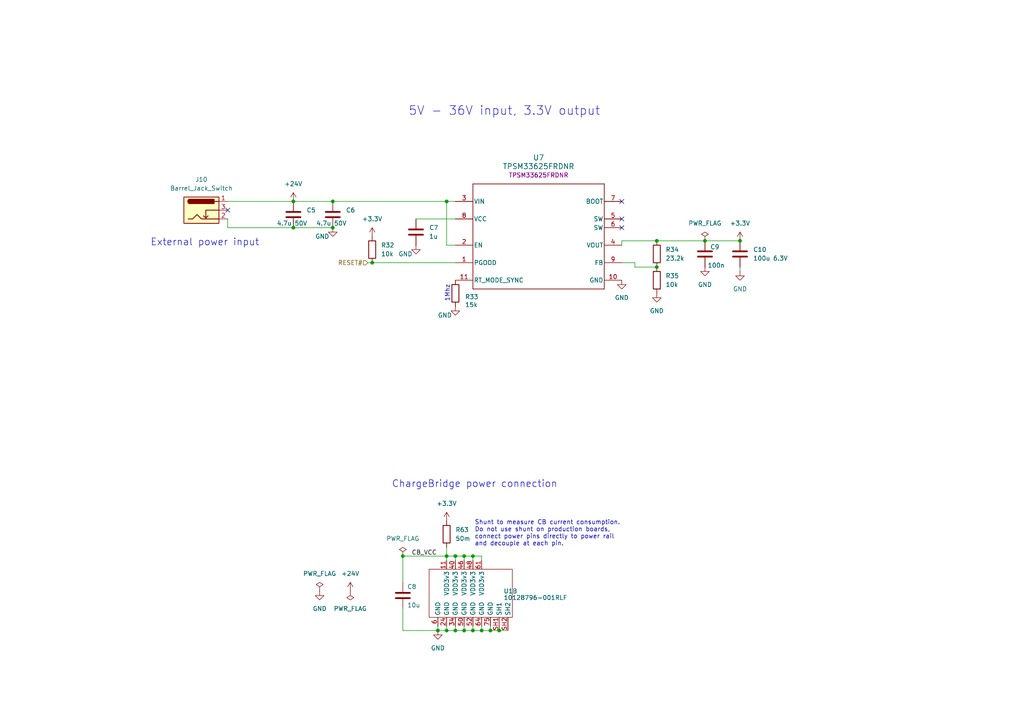
<source format=kicad_sch>
(kicad_sch (version 20250114) (generator "eeschema") (generator_version "9.0")
  (paper "A4")
  (title_block (title "ChargeBridge Eval Board") (date "2025-07-15") (rev "1.1") (company "Pionix GmbH") (comment 1 "Cornelius Claussen / Jonas Rockstroh") (comment 2 "License: CERN-OHL-P"))
  (lib_symbols
    (symbol "cb-eval-lib:Barrel_Jack_Switch" (pin_names (hide yes))
      (property "Reference" "J" (at 0 5.334 0))
      (property "Value" "Barrel_Jack_Switch" (at 0 -5.08 0))
      (symbol "Barrel_Jack_Switch_0_1"
        (rectangle (start -5.08 3.81) (end 5.08 -3.81) (stroke (width 0.254)) (fill (type background)))
        (polyline (pts (xy -3.81 -2.54) (xy -2.54 -2.54) (xy -1.27 -1.27) (xy 0 -2.54) (xy 2.54 -2.54) (xy 5.08 -2.54)) (stroke (width 0.254)))
        (arc (start -3.302 1.905) (mid -3.9343 2.54) (end -3.302 3.175) (stroke (width 0.254)))
        (arc (start -3.302 1.905) (mid -3.9343 2.54) (end -3.302 3.175) (stroke (width 0.254)) (fill (type outline)))
        (polyline (pts (xy 1.27 -2.286) (xy 1.905 -1.651)) (stroke (width 0.254)))
        (rectangle (start 3.683 3.175) (end -3.302 1.905) (stroke (width 0.254)) (fill (type outline)))
        (polyline (pts (xy 5.08 2.54) (xy 3.81 2.54)) (stroke (width 0.254)))
        (polyline (pts (xy 5.08 0) (xy 1.27 0) (xy 1.27 -2.286) (xy 0.635 -1.651)) (stroke (width 0.254)))
      )
      (symbol "Barrel_Jack_Switch_1_1"
        (pin passive line (at 7.62 2.54 180) (length 2.54) (name "~") (number "1"))
        (pin passive line (at 7.62 0 180) (length 2.54) (name "~") (number "3"))
        (pin passive line (at 7.62 -2.54 180) (length 2.54) (name "~") (number "2"))
      )
    )
    (symbol "cb-eval-lib:C" (pin_numbers (hide yes)) (pin_names (offset 0.254))
      (property "Reference" "C" (at 0.635 2.54 0))
      (property "Value" "C" (at 0.635 -2.54 0))
      (symbol "C_0_1"
        (polyline (pts (xy -2.032 0.762) (xy 2.032 0.762)) (stroke (width 0.508)))
        (polyline (pts (xy -2.032 -0.762) (xy 2.032 -0.762)) (stroke (width 0.508)))
      )
      (symbol "C_1_1"
        (pin passive line (at 0 3.81 270) (length 2.794) (name "~") (number "1"))
        (pin passive line (at 0 -3.81 90) (length 2.794) (name "~") (number "2"))
      )
    )
    (symbol "cb-eval-lib:Pionix-SOM"
      (property "Reference" "U" (at -6.858 -14.732 0))
      (symbol "Pionix-SOM_1_1"
        (rectangle (start -10.16 10.795) (end 7.62 -10.16))
        (text "Charging Cable" (at -2.032 8.89 0) (effects (font (size 1.27 1.27))))
        (pin passive line (at 10.16 6.35 180) (length 2.54) (name "CONNECTOR.PIN0") (number "74"))
        (pin passive line (at 10.16 3.81 180) (length 2.54) (name "CONNECTOR.PIN1") (number "72"))
        (pin passive line (at 10.16 1.27 180) (length 2.54) (name "CONNECTOR.PIN2") (number "70"))
        (pin passive line (at 10.16 -1.27 180) (length 2.54) (name "CONNECTOR.PIN3") (number "68"))
        (pin passive line (at 10.16 -3.81 180) (length 2.54) (name "CONNECTOR.PIN4") (number "66"))
        (pin passive line (at 10.16 -6.35 180) (length 2.54) (name "CONNECTOR.PIN5") (number "62"))
        (pin passive line (at 10.16 -8.89 180) (length 2.54) (name "CONNECTOR.RSVD") (number "60"))
      )
      (symbol "Pionix-SOM_2_1"
        (rectangle (start -10.16 7.62) (end 13.97 -6.35))
        (pin power_in line (at -7.62 -8.89 90) (length 2.54) (name "GND") (number "6"))
        (pin power_in line (at -5.08 10.16 270) (length 2.54) (name "VDD3v3") (number "11"))
        (pin power_in line (at -5.08 -8.89 90) (length 2.54) (name "GND") (number "24"))
        (pin power_in line (at -2.54 10.16 270) (length 2.54) (name "VDD3v3") (number "40"))
        (pin power_in line (at -2.54 -8.89 90) (length 2.54) (name "GND") (number "34"))
        (pin power_in line (at 0 10.16 270) (length 2.54) (name "VDD3v3") (number "46"))
        (pin power_in line (at 0 -8.89 90) (length 2.54) (name "GND") (number "50"))
        (pin power_in line (at 2.54 10.16 270) (length 2.54) (name "VDD3v3") (number "48"))
        (pin power_in line (at 2.54 -8.89 90) (length 2.54) (name "GND") (number "52"))
        (pin power_in line (at 5.08 10.16 270) (length 2.54) (name "VDD3v3") (number "61"))
        (pin power_in line (at 5.08 -8.89 90) (length 2.54) (name "GND") (number "64"))
        (pin power_in line (at 7.62 -8.89 90) (length 2.54) (name "GND") (number "75"))
        (pin passive line (at 10.16 -10.16 90) (length 3.81) (name "SH1") (number "SH1"))
        (pin passive line (at 12.7 -10.16 90) (length 3.81) (name "SH2") (number "SH2"))
      )
      (symbol "Pionix-SOM_3_1"
        (rectangle (start 6.35 11.43) (end -6.35 -11.43))
        (pin bidirectional line (at 8.89 10.16 180) (length 2.54) (name "USER_GPIO0") (number "59"))
        (pin bidirectional line (at 8.89 7.62 180) (length 2.54) (name "USER_GPIO1") (number "57"))
        (pin bidirectional line (at 8.89 5.08 180) (length 2.54) (name "USER_GPIO2") (number "55"))
        (pin bidirectional line (at 8.89 2.54 180) (length 2.54) (name "USER_GPIO3") (number "53"))
        (pin bidirectional line (at 8.89 0 180) (length 2.54) (name "USER_GPIO4") (number "49"))
        (pin bidirectional line (at 8.89 -2.54 180) (length 2.54) (name "USER_GPIO5") (number "51"))
        (pin bidirectional line (at 8.89 -5.08 180) (length 2.54) (name "USER_GPIO6") (number "58"))
        (pin bidirectional line (at 8.89 -7.62 180) (length 2.54) (name "USER_GPIO7") (number "56"))
        (pin bidirectional line (at 8.89 -10.16 180) (length 2.54) (name "USER_GPIO8") (number "54"))
      )
      (symbol "Pionix-SOM_4_1"
        (rectangle (start -6.35 8.89) (end 6.35 -9.525))
        (text "ADC" (at -3.556 7.366 0) (effects (font (size 1.27 1.27))))
        (pin input line (at 8.89 3.81 180) (length 2.54) (name "EXT_ADC0_P") (number "67"))
        (pin input line (at 8.89 1.27 180) (length 2.54) (name "EXT_ADC0_N") (number "69"))
        (pin input line (at 8.89 -2.54 180) (length 2.54) (name "EXT_ADC1") (number "71"))
        (pin input line (at 8.89 -5.08 180) (length 2.54) (name "EXT_ADC2") (number "44"))
        (pin input line (at 8.89 -7.62 180) (length 2.54) (name "EXT_ADC3") (number "73"))
      )
      (symbol "Pionix-SOM_5_1"
        (rectangle (start -10.795 8.89) (end 7.62 -8.255))
        (pin input line (at 10.16 7.62 180) (length 2.54) (name "RESET") (number "42"))
        (pin passive line (at 10.16 5.08 180) (length 2.54) (name "RESERVED/SWCLK") (number "1"))
        (pin passive line (at 10.16 2.54 180) (length 2.54) (name "RESERVED/SWDIO") (number "5"))
        (pin output line (at 10.16 0 180) (length 2.54) (name "UART2_TX") (number "63"))
        (pin input line (at 10.16 -2.54 180) (length 2.54) (name "UART2_RX") (number "65"))
        (pin input line (at 10.16 -6.35 180) (length 2.54) (name "SECURE_MODULE") (number "30"))
      )
      (symbol "Pionix-SOM_6_1"
        (rectangle (start -10.16 13.97) (end 6.35 -14.605))
        (text "Host interface" (at -1.27 12.446 0) (effects (font (size 1.27 1.27))))
        (pin passive line (at 8.89 9.525 180) (length 2.54) (name "USB.D+") (number "7"))
        (pin passive line (at 8.89 6.985 180) (length 2.54) (name "USB.D-") (number "9"))
        (pin passive line (at 8.89 1.905 180) (length 2.54) (name "ETH.RXP") (number "28"))
        (pin passive line (at 8.89 -0.635 180) (length 2.54) (name "ETH.RXN") (number "26"))
        (pin passive line (at 8.89 -4.445 180) (length 2.54) (name "ETH.TXP") (number "22"))
        (pin passive line (at 8.89 -6.985 180) (length 2.54) (name "ETH.TXN") (number "20"))
        (pin output line (at 8.89 -10.795 180) (length 2.54) (name "ETH.LED1") (number "32"))
      )
      (symbol "Pionix-SOM_7_1"
        (rectangle (start -11.43 19.05) (end 10.16 -14.605))
        (text "Downstream Comms" (at -0.508 17.526 0) (effects (font (size 1.27 1.27))))
        (pin bidirectional line (at 12.7 13.97 180) (length 2.54) (name "I3C.SDA") (number "8"))
        (pin output line (at 12.7 11.43 180) (length 2.54) (name "I3C.SCL") (number "10"))
        (pin input line (at 12.7 7.62 180) (length 2.54) (name "RS585_2_RX") (number "33"))
        (pin output line (at 12.7 5.08 180) (length 2.54) (name "RS585_2_TX") (number "31"))
        (pin output line (at 12.7 2.54 180) (length 2.54) (name "RS485_2_TXEN") (number "45"))
        (pin bidirectional line (at 12.7 -2.54 180) (length 2.54) (name "CAN.HI") (number "4"))
        (pin bidirectional line (at 12.7 -5.08 180) (length 2.54) (name "CAN.LO") (number "2"))
        (pin bidirectional line (at 12.7 -10.16 180) (length 2.54) (name "RS485.A") (number "36"))
        (pin bidirectional line (at 12.7 -12.7 180) (length 2.54) (name "RS485.B") (number "38"))
      )
      (symbol "Pionix-SOM_8_1"
        (rectangle (start -10.16 12.7) (end 8.89 -10.795))
        (text "Relays control" (at 0 11.43 0) (effects (font (size 1.27 1.27))))
        (pin output line (at 11.43 8.89 180) (length 2.54) (name "RELAY3") (number "3"))
        (pin input line (at 11.43 6.35 180) (length 2.54) (name "RELAY3_FB") (number "25"))
        (pin output line (at 11.43 1.27 180) (length 2.54) (name "RELAY2") (number "27"))
        (pin input line (at 11.43 -1.27 180) (length 2.54) (name "RELAY2_FB") (number "21"))
        (pin output line (at 11.43 -6.35 180) (length 2.54) (name "RELAY1") (number "29"))
        (pin input line (at 11.43 -8.89 180) (length 2.54) (name "RELAY1_FB") (number "23"))
      )
      (symbol "Pionix-SOM_9_1"
        (rectangle (start 10.16 11.43) (end -12.7 -8.89))
        (text "USER INTERFACE" (at 1.27 10.16 0) (effects (font (size 1.27 1.27))))
        (pin input line (at 12.7 7.62 180) (length 2.54) (name "STOP_CHARGING") (number "47"))
        (pin input line (at 12.7 5.08 180) (length 2.54) (name "EMERGENCY_SHDN_IN") (number "43"))
        (pin output line (at 12.7 2.54 180) (length 2.54) (name "EMERGENCY_SHDN_OUT") (number "41"))
        (pin output line (at 12.7 -2.54 180) (length 2.54) (name "LED.R") (number "39"))
        (pin output line (at 12.7 -5.08 180) (length 2.54) (name "LED.G") (number "37"))
        (pin output line (at 12.7 -7.62 180) (length 2.54) (name "LED.B") (number "35"))
      )
    )
    (symbol "cb-eval-lib:R" (pin_numbers (hide yes)) (pin_names (offset 0))
      (property "Reference" "R" (at 2.032 0 90))
      (property "Value" "R" (at 0 0 90))
      (symbol "R_0_1"
        (rectangle (start -1.016 -2.54) (end 1.016 2.54) (stroke (width 0.254)))
      )
      (symbol "R_1_1"
        (pin passive line (at 0 3.81 270) (length 1.27) (name "~") (number "1"))
        (pin passive line (at 0 -3.81 90) (length 1.27) (name "~") (number "2"))
      )
    )
    (symbol "cb-eval-lib:TLVM23625RDNR" (pin_names (offset 0.254))
      (property "Reference" "U" (at -18.288 -17.526 0))
      (property "Value" "TLVM23625RDNR" (at -0.762 17.018 0))
      (property "MPN" "TLVM23625RDNR" (at 0 0 0))
      (symbol "TLVM23625RDNR_0_1"
        (polyline (pts (xy -19.05 15.24) (xy -19.05 -15.24)) (stroke (width 0.2032)))
        (polyline (pts (xy -19.05 -15.24) (xy 19.05 -15.24)) (stroke (width 0.2032)))
        (polyline (pts (xy 19.05 15.24) (xy -19.05 15.24)) (stroke (width 0.2032)))
        (polyline (pts (xy 19.05 -15.24) (xy 19.05 15.24)) (stroke (width 0.2032)))
        (pin power_in line (at -24.13 10.16 0) (length 5.08) (name "VIN") (number "3"))
        (pin unspecified line (at -24.13 5.08 0) (length 5.08) (name "VCC") (number "8"))
        (pin input line (at -24.13 -2.54 0) (length 5.08) (name "EN") (number "2"))
        (pin open_collector line (at -24.13 -7.62 0) (length 5.08) (name "PGOOD") (number "1"))
        (pin unspecified line (at -24.13 -12.7 0) (length 5.08) (name "RT_MODE_SYNC") (number "11"))
        (pin unspecified line (at 24.13 10.16 180) (length 5.08) (name "BOOT") (number "7"))
        (pin unspecified line (at 24.13 5.08 180) (length 5.08) (name "SW") (number "5"))
        (pin unspecified line (at 24.13 2.54 180) (length 5.08) (name "SW") (number "6"))
        (pin power_in line (at 24.13 -2.54 180) (length 5.08) (name "VOUT") (number "4"))
        (pin unspecified line (at 24.13 -7.62 180) (length 5.08) (name "FB") (number "9"))
        (pin power_in line (at 24.13 -12.7 180) (length 5.08) (name "GND") (number "10"))
      )
    )
    (symbol "power:+24V" (power) (pin_numbers (hide yes)) (pin_names (offset 0) (hide yes))
      (property "Value" "+24V" (at 0 3.556 0))
      (symbol "+24V_0_1"
        (polyline (pts (xy -0.762 1.27) (xy 0 2.54)))
        (polyline (pts (xy 0 2.54) (xy 0.762 1.27)))
        (polyline (pts (xy 0 0) (xy 0 2.54)))
      )
      (symbol "+24V_1_1"
        (pin power_in line (at 0 0 90) (length 0) (name "~") (number "1"))
      )
    )
    (symbol "power:+3.3V" (power) (pin_numbers (hide yes)) (pin_names (offset 0) (hide yes))
      (property "Value" "+3.3V" (at 0 3.556 0))
      (symbol "+3.3V_0_1"
        (polyline (pts (xy -0.762 1.27) (xy 0 2.54)))
        (polyline (pts (xy 0 2.54) (xy 0.762 1.27)))
        (polyline (pts (xy 0 0) (xy 0 2.54)))
      )
      (symbol "+3.3V_1_1"
        (pin power_in line (at 0 0 90) (length 0) (name "~") (number "1"))
      )
    )
    (symbol "power:GND" (power) (pin_numbers (hide yes)) (pin_names (offset 0) (hide yes))
      (property "Value" "GND" (at 0 -3.81 0))
      (symbol "GND_0_1"
        (polyline (pts (xy 0 0) (xy 0 -1.27) (xy 1.27 -1.27) (xy 0 -2.54) (xy -1.27 -1.27) (xy 0 -1.27)))
      )
      (symbol "GND_1_1"
        (pin power_in line (at 0 0 270) (length 0) (name "~") (number "1"))
      )
    )
    (symbol "power:PWR_FLAG" (power) (pin_numbers (hide yes)) (pin_names (offset 0) (hide yes))
      (property "Value" "PWR_FLAG" (at 0 3.81 0))
      (symbol "PWR_FLAG_0_0"
        (pin power_out line (at 0 0 90) (length 0) (name "~") (number "1"))
      )
      (symbol "PWR_FLAG_0_1"
        (polyline (pts (xy 0 0) (xy 0 1.27) (xy -1.016 1.905) (xy 0 2.54) (xy 1.016 1.905) (xy 0 1.27)))
      )
    )
  )
  (text "5V - 36V input, 3.3V output" (at 146.304 32.258 0) (effects (font (size 2.54 2.54))))
  (text "Shunt to measure CB current consumption.\nDo not use shunt on production boards,\nconnect power pins directly to power rail\nand decouple at each pin." (at 137.668 154.686 0) (effects (font (size 1.27 1.27)) (justify left)))
  (text "ChargeBridge power connection" (at 137.668 140.462 0) (effects (font (size 2 2))))
  (text "External power input" (at 59.436 70.358 0) (effects (font (size 2 2))))
  (text "1Mhz" (at 129.794 85.09 90) (effects (font (size 1.27 1.27))))
  (junction (at 204.47 69.85))
  (junction (at 190.5 69.85))
  (junction (at 96.52 58.42))
  (junction (at 137.16 161.29))
  (junction (at 107.95 76.2))
  (junction (at 116.84 161.29))
  (junction (at 127 182.88))
  (junction (at 139.7 182.88))
  (junction (at 137.16 182.88))
  (junction (at 132.08 182.88))
  (junction (at 132.08 161.29))
  (junction (at 134.62 161.29))
  (junction (at 144.78 182.88))
  (junction (at 129.54 182.88))
  (junction (at 214.63 69.85))
  (junction (at 134.62 182.88))
  (junction (at 190.5 77.47))
  (junction (at 85.09 66.04))
  (junction (at 129.54 58.42))
  (junction (at 96.52 66.04))
  (junction (at 85.09 58.42))
  (junction (at 129.54 161.29))
  (junction (at 142.24 182.88))
  (no_connect (at 180.34 58.42))
  (no_connect (at 180.34 66.04))
  (no_connect (at 180.34 63.5))
  (no_connect (at 66.04 60.96))
  (wire (pts (xy 190.5 69.85) (xy 204.47 69.85)))
  (wire (pts (xy 137.16 181.61) (xy 137.16 182.88)))
  (wire (pts (xy 120.65 63.5) (xy 132.08 63.5)))
  (wire (pts (xy 129.54 181.61) (xy 129.54 182.88)))
  (wire (pts (xy 66.04 63.5) (xy 66.04 66.04)))
  (wire (pts (xy 134.62 182.88) (xy 137.16 182.88)))
  (wire (pts (xy 96.52 58.42) (xy 129.54 58.42)))
  (wire (pts (xy 66.04 66.04) (xy 85.09 66.04)))
  (wire (pts (xy 137.16 161.29) (xy 139.7 161.29)))
  (wire (pts (xy 137.16 182.88) (xy 139.7 182.88)))
  (wire (pts (xy 127 182.88) (xy 129.54 182.88)))
  (wire (pts (xy 129.54 58.42) (xy 129.54 71.12)))
  (wire (pts (xy 134.62 161.29) (xy 134.62 162.56)))
  (wire (pts (xy 142.24 182.88) (xy 144.78 182.88)))
  (wire (pts (xy 132.08 161.29) (xy 132.08 162.56)))
  (wire (pts (xy 144.78 182.88) (xy 147.32 182.88)))
  (wire (pts (xy 184.15 77.47) (xy 190.5 77.47)))
  (wire (pts (xy 116.84 176.53) (xy 116.84 182.88)))
  (wire (pts (xy 180.34 76.2) (xy 184.15 76.2)))
  (wire (pts (xy 132.08 71.12) (xy 129.54 71.12)))
  (wire (pts (xy 132.08 161.29) (xy 134.62 161.29)))
  (wire (pts (xy 116.84 161.29) (xy 129.54 161.29)))
  (wire (pts (xy 139.7 182.88) (xy 142.24 182.88)))
  (wire (pts (xy 85.09 58.42) (xy 96.52 58.42)))
  (wire (pts (xy 139.7 181.61) (xy 139.7 182.88)))
  (wire (pts (xy 214.63 77.47) (xy 214.63 78.74)))
  (wire (pts (xy 129.54 58.42) (xy 132.08 58.42)))
  (wire (pts (xy 85.09 66.04) (xy 96.52 66.04)))
  (wire (pts (xy 129.54 158.75) (xy 129.54 161.29)))
  (wire (pts (xy 129.54 182.88) (xy 132.08 182.88)))
  (wire (pts (xy 132.08 181.61) (xy 132.08 182.88)))
  (wire (pts (xy 142.24 182.88) (xy 142.24 181.61)))
  (wire (pts (xy 132.08 182.88) (xy 134.62 182.88)))
  (wire (pts (xy 139.7 161.29) (xy 139.7 162.56)))
  (wire (pts (xy 116.84 168.91) (xy 116.84 161.29)))
  (wire (pts (xy 116.84 182.88) (xy 127 182.88)))
  (wire (pts (xy 184.15 76.2) (xy 184.15 77.47)))
  (wire (pts (xy 66.04 58.42) (xy 85.09 58.42)))
  (wire (pts (xy 180.34 69.85) (xy 180.34 71.12)))
  (wire (pts (xy 107.95 76.2) (xy 132.08 76.2)))
  (wire (pts (xy 134.62 161.29) (xy 137.16 161.29)))
  (wire (pts (xy 134.62 181.61) (xy 134.62 182.88)))
  (wire (pts (xy 190.5 69.85) (xy 180.34 69.85)))
  (wire (pts (xy 129.54 161.29) (xy 132.08 161.29)))
  (wire (pts (xy 137.16 161.29) (xy 137.16 162.56)))
  (wire (pts (xy 106.68 76.2) (xy 107.95 76.2)))
  (wire (pts (xy 127 181.61) (xy 127 182.88)))
  (wire (pts (xy 129.54 161.29) (xy 129.54 162.56)))
  (wire (pts (xy 204.47 69.85) (xy 214.63 69.85)))
  (label "CB_VCC" (at 119.38 161.29 0))
  (hierarchical_label "RESET#" (shape input) (at 106.68 76.2 180))
  (symbol (lib_id "power:+24V") (at 101.6 171.45 0) (unit 1)
    (property "Reference" "#PWR0168" (effects (hide yes)))
    (property "Value" "+24V" (at 101.6 166.37 0))
    (property "Description" "Power symbol creates a global label with name \"+24V\"" (effects (hide yes)))
  )
  (symbol (lib_id "power:PWR_FLAG") (at 116.84 161.29 0) (unit 1)
    (property "Reference" "#FLG07" (effects (hide yes)))
    (property "Value" "PWR_FLAG" (at 116.84 156.21 0))
    (property "Description" "Special symbol for telling ERC where power comes from" (effects (hide yes)))
  )
  (symbol (lib_id "cb-eval-lib:Barrel_Jack_Switch") (at 58.42 60.96 0) (unit 1)
    (property "Reference" "J10" (at 58.42 52.07 0))
    (property "Value" "Barrel_Jack_Switch" (at 58.42 54.61 0))
    (property "Footprint" "cb-eval-lib:CUI_PJ-044AH" (effects (hide yes)))
    (property "Description" "DC Barrel Jack with an internal switch" (effects (hide yes)))
    (property "MPN" "PJ-044AH" (effects (hide yes)))
    (property "Manufacturer" "Same Sky (Formerly CUI Devices)" (effects (hide yes)))
    (property "Digikey" "CP-044AH-ND" (effects (hide yes)))
  )
  (symbol (lib_id "power:+24V") (at 85.09 58.42 0) (unit 1)
    (property "Reference" "#PWR051" (effects (hide yes)))
    (property "Value" "+24V" (at 85.09 53.34 0))
    (property "Description" "Power symbol creates a global label with name \"+24V\"" (effects (hide yes)))
  )
  (symbol (lib_id "power:GND") (at 132.08 88.9 0) (unit 1)
    (property "Reference" "#PWR056" (effects (hide yes)))
    (property "Value" "GND" (at 129.032 91.44 0))
    (property "Description" "Power symbol creates a global label with name \"GND\" , ground" (effects (hide yes)))
  )
  (symbol (lib_id "cb-eval-lib:R") (at 107.95 72.39 0) (unit 1)
    (property "Reference" "R32" (at 110.49 71.1199 0) (effects (justify left)))
    (property "Value" "10k" (at 110.49 73.6599 0) (effects (justify left)))
    (property "Footprint" "Resistor_SMD:R_0603_1608Metric" (effects (hide yes)))
    (property "Description" "Resistor" (effects (hide yes)))
    (property "Digikey" "RMCF0603FT10K0CT-ND" (effects (hide yes)))
    (property "MPN" "RMCF0603FT10K0" (effects (hide yes)))
    (property "Manufacturer" "Stackpole Electronics Inc" (effects (hide yes)))
  )
  (symbol (lib_id "power:GND") (at 214.63 78.74 0) (unit 1)
    (property "Reference" "#PWR063" (effects (hide yes)))
    (property "Value" "GND" (at 214.63 83.82 0))
    (property "Description" "Power symbol creates a global label with name \"GND\" , ground" (effects (hide yes)))
  )
  (symbol (lib_id "power:GND") (at 92.71 171.45 0) (unit 1)
    (property "Reference" "#PWR0169" (effects (hide yes)))
    (property "Value" "GND" (at 92.71 176.53 0))
    (property "Description" "Power symbol creates a global label with name \"GND\" , ground" (effects (hide yes)))
  )
  (symbol (lib_id "power:+3.3V") (at 214.63 69.85 0) (unit 1)
    (property "Reference" "#PWR062" (effects (hide yes)))
    (property "Value" "+3.3V" (at 214.63 64.77 0))
    (property "Description" "Power symbol creates a global label with name \"+3.3V\"" (effects (hide yes)))
  )
  (symbol (lib_id "power:GND") (at 190.5 85.09 0) (unit 1)
    (property "Reference" "#PWR060" (effects (hide yes)))
    (property "Value" "GND" (at 190.5 90.17 0))
    (property "Description" "Power symbol creates a global label with name \"GND\" , ground" (effects (hide yes)))
  )
  (symbol (lib_id "power:PWR_FLAG") (at 101.6 171.45 180) (unit 1)
    (property "Reference" "#FLG01" (effects (hide yes)))
    (property "Value" "PWR_FLAG" (at 101.6 176.53 0))
    (property "Description" "Special symbol for telling ERC where power comes from" (effects (hide yes)))
  )
  (symbol (lib_id "cb-eval-lib:R") (at 190.5 81.28 0) (unit 1)
    (property "Reference" "R35" (at 193.04 80.0099 0) (effects (justify left)))
    (property "Value" "10k" (at 193.04 82.5499 0) (effects (justify left)))
    (property "Footprint" "Resistor_SMD:R_0603_1608Metric" (effects (hide yes)))
    (property "Description" "Resistor" (effects (hide yes)))
    (property "Digikey" "RMCF0603FT10K0CT-ND" (effects (hide yes)))
    (property "MPN" "RMCF0603FT10K0" (effects (hide yes)))
    (property "Manufacturer" "Stackpole Electronics Inc" (effects (hide yes)))
  )
  (symbol (lib_id "cb-eval-lib:R") (at 190.5 73.66 0) (unit 1)
    (property "Reference" "R34" (at 193.04 72.3899 0) (effects (justify left)))
    (property "Value" "23.2k" (at 193.04 74.9299 0) (effects (justify left)))
    (property "Footprint" "Resistor_SMD:R_0603_1608Metric" (effects (hide yes)))
    (property "Description" "Resistor" (effects (hide yes)))
    (property "Digikey" "RMCF0603FT23K2CT-ND" (effects (hide yes)))
    (property "MPN" "RMCF0603FT23K2" (effects (hide yes)))
    (property "Manufacturer" "Stackpole Electronics Inc" (effects (hide yes)))
  )
  (symbol (lib_id "cb-eval-lib:C") (at 85.09 62.23 0) (unit 1)
    (property "Reference" "C5" (at 88.9 60.9599 0) (effects (justify left)))
    (property "Value" "4.7u 50V" (at 80.264 64.77 0) (effects (justify left)))
    (property "Footprint" "Capacitor_SMD:C_1210_3225Metric" (effects (hide yes)))
    (property "Description" "Unpolarized capacitor" (effects (hide yes)))
    (property "MPN" "C3225X7R1H475K250AB" (effects (hide yes)))
    (property "Digikey" "445-7726-1-ND" (effects (hide yes)))
    (property "Manufacturer" "TDK Corporation" (effects (hide yes)))
  )
  (symbol (lib_id "cb-eval-lib:C") (at 116.84 172.72 180) (unit 1)
    (property "Reference" "C8" (at 118.11 170.18 0) (effects (justify right)))
    (property "Value" "10u" (at 118.11 175.514 0) (effects (justify right)))
    (property "Footprint" "Capacitor_SMD:C_0603_1608Metric" (effects (hide yes)))
    (property "Description" "Unpolarized capacitor" (effects (hide yes)))
    (property "Manufacturer" "Murata Electronics" (effects (hide yes)))
    (property "Digikey" "490-GRM188R6YA106MA73JCT-ND" (effects (hide yes)))
    (property "MPN" "GRM188R6YA106MA73J" (effects (hide yes)))
  )
  (symbol (lib_id "cb-eval-lib:Pionix-SOM") (at 134.62 172.72 0) (unit 2)
    (property "Reference" "U1" (at 146.05 171.4499 0) (effects (justify left)))
    (property "Value" "10128796-001RLF" (at 146.05 173.355 0) (effects (justify left)))
    (property "Footprint" "cb-eval-lib:AMPHENOL_10128796-001RLF_ChargeBridge_Wurth_standoff" (effects (hide yes)))
    (property "Description" "Pionix Charging SOM" (effects (hide yes)))
    (property "MPN" "10128796-001RLF" (effects (hide yes)))
    (property "Manufacturer" "Amphenol ICC (FCI)" (effects (hide yes)))
  )
  (symbol (lib_id "power:PWR_FLAG") (at 92.71 171.45 0) (unit 1)
    (property "Reference" "#FLG02" (effects (hide yes)))
    (property "Value" "PWR_FLAG" (at 92.71 166.37 0))
    (property "Description" "Special symbol for telling ERC where power comes from" (effects (hide yes)))
  )
  (symbol (lib_id "cb-eval-lib:C") (at 214.63 73.66 0) (unit 1)
    (property "Reference" "C10" (at 218.44 72.3899 0) (effects (justify left)))
    (property "Value" "100u 6.3V" (at 218.44 74.9299 0) (effects (justify left)))
    (property "Footprint" "Capacitor_SMD:C_1206_3216Metric" (effects (hide yes)))
    (property "Description" "Unpolarized capacitor" (effects (hide yes)))
    (property "Digikey" "587-3395-1-ND" (effects (hide yes)))
    (property "MPN" "JMK316ABJ107ML-T" (effects (hide yes)))
    (property "Manufacturer" "Taiyo Yuden" (effects (hide yes)))
  )
  (symbol (lib_id "cb-eval-lib:C") (at 120.65 67.31 0) (unit 1)
    (property "Reference" "C7" (at 124.46 66.0399 0) (effects (justify left)))
    (property "Value" "1u" (at 124.46 68.5799 0) (effects (justify left)))
    (property "Footprint" "Capacitor_SMD:C_0603_1608Metric" (effects (hide yes)))
    (property "Description" "Unpolarized capacitor" (effects (hide yes)))
    (property "MPN" "C0603C105K3PACTU" (effects (hide yes)))
    (property "Manufacturer" "Kemet" (effects (hide yes)))
    (property "Digikey" "399-C0603C105K3PACTUCT-ND" (effects (hide yes)))
  )
  (symbol (lib_id "power:GND") (at 180.34 81.28 0) (unit 1)
    (property "Reference" "#PWR059" (effects (hide yes)))
    (property "Value" "GND" (at 180.34 86.36 0))
    (property "Description" "Power symbol creates a global label with name \"GND\" , ground" (effects (hide yes)))
  )
  (symbol (lib_id "power:GND") (at 127 182.88 0) (unit 1)
    (property "Reference" "#PWR057" (effects (hide yes)))
    (property "Value" "GND" (at 127 187.96 0))
    (property "Description" "Power symbol creates a global label with name \"GND\" , ground" (effects (hide yes)))
  )
  (symbol (lib_id "cb-eval-lib:R") (at 132.08 85.09 0) (unit 1)
    (property "Reference" "R33" (at 134.874 86.106 0) (effects (justify left)))
    (property "Value" "15k" (at 134.874 88.392 0) (effects (justify left)))
    (property "Footprint" "Resistor_SMD:R_0603_1608Metric" (effects (hide yes)))
    (property "Description" "Resistor" (effects (hide yes)))
    (property "Digikey" "RMCF0603FT15K0CT-ND" (effects (hide yes)))
    (property "MPN" "RMCF0603FT15K0" (effects (hide yes)))
    (property "Manufacturer" "Stackpole Electronics Inc" (effects (hide yes)))
  )
  (symbol (lib_id "cb-eval-lib:R") (at 129.54 154.94 0) (unit 1)
    (property "Reference" "R63" (at 132.08 153.6699 0) (effects (justify left)))
    (property "Value" "50m" (at 132.08 156.2099 0) (effects (justify left)))
    (property "Footprint" "Resistor_SMD:R_1206_3216Metric" (effects (hide yes)))
    (property "Description" "Resistor" (effects (hide yes)))
    (property "Digikey" "CSR1206FT50L0CT-ND" (effects (hide yes)))
    (property "MPN" "CSR1206FT50L0" (effects (hide yes)))
    (property "Manufacturer" "Stackpole Electronics Inc" (effects (hide yes)))
  )
  (symbol (lib_id "power:GND") (at 204.47 77.47 0) (unit 1)
    (property "Reference" "#PWR061" (effects (hide yes)))
    (property "Value" "GND" (at 204.47 82.55 0))
    (property "Description" "Power symbol creates a global label with name \"GND\" , ground" (effects (hide yes)))
  )
  (symbol (lib_id "cb-eval-lib:C") (at 96.52 62.23 0) (unit 1)
    (property "Reference" "C6" (at 100.33 60.9599 0) (effects (justify left)))
    (property "Value" "4.7u 50V" (at 91.694 64.77 0) (effects (justify left)))
    (property "Footprint" "Capacitor_SMD:C_1210_3225Metric" (effects (hide yes)))
    (property "Description" "Unpolarized capacitor" (effects (hide yes)))
    (property "MPN" "C3225X7R1H475K250AB" (effects (hide yes)))
    (property "Digikey" "445-7726-1-ND" (effects (hide yes)))
    (property "Manufacturer" "TDK Corporation" (effects (hide yes)))
  )
  (symbol (lib_id "cb-eval-lib:TLVM23625RDNR") (at 156.21 68.58 0) (unit 1)
    (property "Reference" "U7" (at 156.21 45.72 0) (effects (font (size 1.524 1.524))))
    (property "Value" "TPSM33625FRDNR" (at 156.21 48.26 0) (effects (font (size 1.524 1.524))))
    (property "Footprint" "cb-eval-lib:RDN0011A-MFG" (effects (hide yes)))
    (property "Datasheet" "TLVM23625RDNR" (effects (hide yes)))
    (property "MPN" "TPSM33625FRDNR" (at 156.21 50.8 0))
    (property "Digikey" "296-TPSM33625FRDNRCT-ND" (effects (hide yes)))
    (property "Manufacturer" "Texas Instruments" (effects (hide yes)))
  )
  (symbol (lib_id "power:GND") (at 96.52 66.04 0) (unit 1)
    (property "Reference" "#PWR053" (effects (hide yes)))
    (property "Value" "GND" (at 93.472 68.58 0))
    (property "Description" "Power symbol creates a global label with name \"GND\" , ground" (effects (hide yes)))
  )
  (symbol (lib_id "power:+3.3V") (at 107.95 68.58 0) (unit 1)
    (property "Reference" "#PWR054" (effects (hide yes)))
    (property "Value" "+3.3V" (at 107.95 63.5 0))
    (property "Description" "Power symbol creates a global label with name \"+3.3V\"" (effects (hide yes)))
  )
  (symbol (lib_id "power:PWR_FLAG") (at 204.47 69.85 0) (unit 1)
    (property "Reference" "#FLG03" (effects (hide yes)))
    (property "Value" "PWR_FLAG" (at 204.47 64.77 0))
    (property "Description" "Special symbol for telling ERC where power comes from" (effects (hide yes)))
  )
  (symbol (lib_id "cb-eval-lib:C") (at 204.47 73.66 0) (unit 1)
    (property "Reference" "C9" (at 205.994 71.628 0) (effects (justify left)))
    (property "Value" "100n" (at 205.232 76.962 0) (effects (justify left)))
    (property "Footprint" "Capacitor_SMD:C_0603_1608Metric" (effects (hide yes)))
    (property "Description" "Unpolarized capacitor" (effects (hide yes)))
    (property "MPN" "C0603C104K5RACAUTO" (effects (hide yes)))
    (property "Manufacturer" "Kemet" (effects (hide yes)))
    (property "Digikey" "399-6856-1-ND" (effects (hide yes)))
  )
  (symbol (lib_id "power:+3.3V") (at 129.54 151.13 0) (unit 1)
    (property "Reference" "#PWR058" (effects (hide yes)))
    (property "Value" "+3.3V" (at 129.54 146.05 0))
    (property "Description" "Power symbol creates a global label with name \"+3.3V\"" (effects (hide yes)))
  )
  (symbol (lib_id "power:GND") (at 120.65 71.12 0) (unit 1)
    (property "Reference" "#PWR055" (effects (hide yes)))
    (property "Value" "GND" (at 117.602 73.66 0))
    (property "Description" "Power symbol creates a global label with name \"GND\" , ground" (effects (hide yes)))
  )
)
</source>
